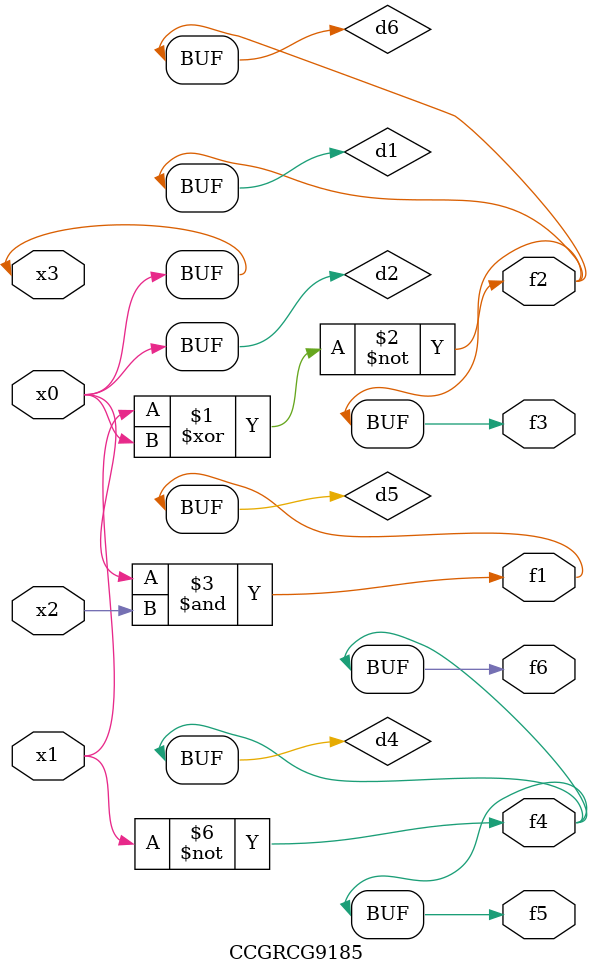
<source format=v>
module CCGRCG9185(
	input x0, x1, x2, x3,
	output f1, f2, f3, f4, f5, f6
);

	wire d1, d2, d3, d4, d5, d6;

	xnor (d1, x1, x3);
	buf (d2, x0, x3);
	nand (d3, x0, x2);
	not (d4, x1);
	nand (d5, d3);
	or (d6, d1);
	assign f1 = d5;
	assign f2 = d6;
	assign f3 = d6;
	assign f4 = d4;
	assign f5 = d4;
	assign f6 = d4;
endmodule

</source>
